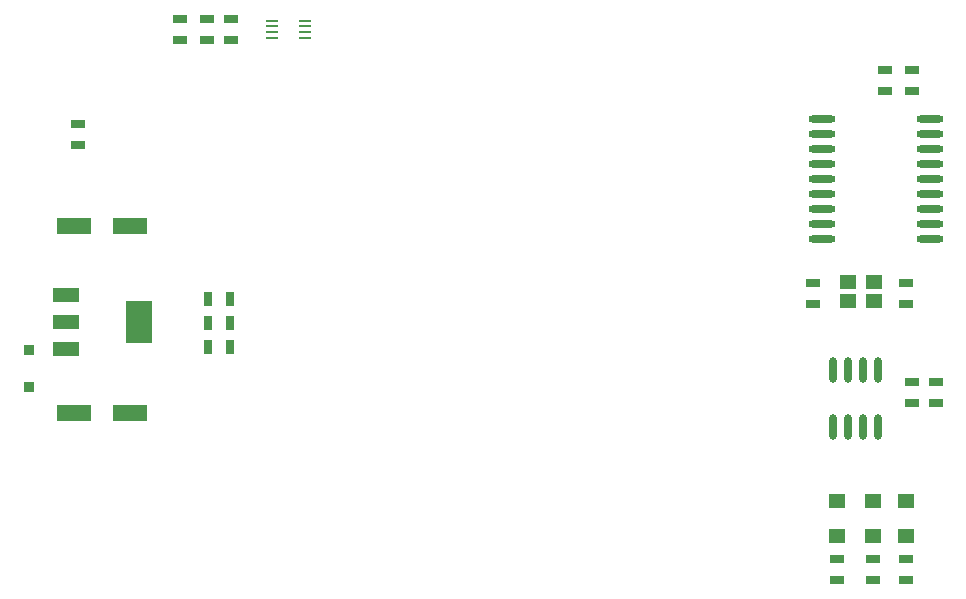
<source format=gtp>
G04 Layer_Color=8421504*
%FSLAX25Y25*%
%MOIN*%
G70*
G01*
G75*
%ADD10R,0.04724X0.03150*%
%ADD11O,0.09055X0.02362*%
%ADD12R,0.05512X0.04724*%
%ADD13O,0.02362X0.08661*%
%ADD14R,0.05512X0.04724*%
%ADD15R,0.04409X0.01063*%
%ADD16R,0.03150X0.04724*%
%ADD17R,0.03740X0.03543*%
%ADD18R,0.11811X0.05512*%
%ADD19R,0.08800X0.04800*%
%ADD20R,0.08661X0.14173*%
D10*
X345000Y216457D02*
D03*
Y223543D02*
D03*
X336000D02*
D03*
Y216457D02*
D03*
X343000Y152543D02*
D03*
Y145457D02*
D03*
X312000D02*
D03*
Y152543D02*
D03*
X67000Y198457D02*
D03*
Y205543D02*
D03*
X353000Y119543D02*
D03*
Y112457D02*
D03*
X345000D02*
D03*
Y119543D02*
D03*
X343000Y60543D02*
D03*
Y53457D02*
D03*
X332000Y60543D02*
D03*
Y53457D02*
D03*
X320000Y60543D02*
D03*
Y53457D02*
D03*
X118000Y233457D02*
D03*
Y240543D02*
D03*
X110000Y233457D02*
D03*
Y240543D02*
D03*
X101000D02*
D03*
Y233457D02*
D03*
D11*
X315087Y207000D02*
D03*
Y202000D02*
D03*
Y197000D02*
D03*
Y192000D02*
D03*
Y187000D02*
D03*
Y182000D02*
D03*
Y177000D02*
D03*
Y172000D02*
D03*
Y167000D02*
D03*
X350913Y207000D02*
D03*
Y202000D02*
D03*
Y197000D02*
D03*
Y192000D02*
D03*
Y187000D02*
D03*
Y182000D02*
D03*
Y177000D02*
D03*
Y172000D02*
D03*
Y167000D02*
D03*
D12*
X332331Y152650D02*
D03*
Y146350D02*
D03*
X323669Y152650D02*
D03*
Y146350D02*
D03*
D13*
X318500Y104551D02*
D03*
X323500D02*
D03*
X328500D02*
D03*
X333500D02*
D03*
X318500Y123449D02*
D03*
X323500D02*
D03*
X328500D02*
D03*
X333500D02*
D03*
D14*
X343000Y68094D02*
D03*
Y79906D02*
D03*
X332000Y68094D02*
D03*
Y79906D02*
D03*
X320000Y68094D02*
D03*
Y79906D02*
D03*
D15*
X131469Y237984D02*
D03*
X142532D02*
D03*
X131469Y239953D02*
D03*
Y236016D02*
D03*
Y234047D02*
D03*
X142532Y239953D02*
D03*
Y236016D02*
D03*
Y234047D02*
D03*
D16*
X117543Y147000D02*
D03*
X110457D02*
D03*
X117543Y139000D02*
D03*
X110457D02*
D03*
X117543Y131000D02*
D03*
X110457D02*
D03*
D17*
X50500Y130201D02*
D03*
Y117799D02*
D03*
D18*
X84449Y109000D02*
D03*
X65551D02*
D03*
X84449Y171500D02*
D03*
X65551D02*
D03*
D19*
X62800Y148600D02*
D03*
Y139500D02*
D03*
Y130400D02*
D03*
D20*
X87201Y139500D02*
D03*
M02*

</source>
